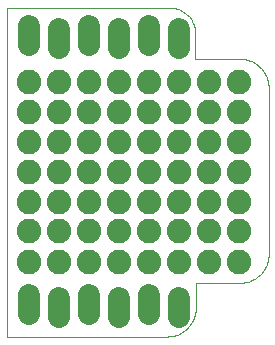
<source format=gts>
G75*
G70*
%OFA0B0*%
%FSLAX24Y24*%
%IPPOS*%
%LPD*%
%AMOC8*
5,1,8,0,0,1.08239X$1,22.5*
%
%ADD10C,0.0000*%
%ADD11C,0.0720*%
%ADD12C,0.0820*%
D10*
X014712Y012689D02*
X014712Y014461D01*
X014716Y014461D01*
X014716Y021941D01*
X014711Y021926D01*
X014711Y023658D01*
X020059Y023657D01*
X020058Y023657D02*
X020115Y023661D01*
X020172Y023660D01*
X020229Y023656D01*
X020285Y023648D01*
X020341Y023637D01*
X020396Y023622D01*
X020450Y023603D01*
X020502Y023581D01*
X020553Y023555D01*
X020602Y023526D01*
X020649Y023494D01*
X020694Y023459D01*
X020736Y023421D01*
X020776Y023381D01*
X020814Y023338D01*
X020848Y023292D01*
X020879Y023245D01*
X020907Y023195D01*
X020932Y023144D01*
X020954Y023091D01*
X020971Y023037D01*
X020986Y022982D01*
X020996Y022926D01*
X021003Y022870D01*
X021003Y021953D01*
X022464Y021961D01*
X022526Y021959D01*
X022587Y021953D01*
X022648Y021944D01*
X022709Y021930D01*
X022768Y021913D01*
X022826Y021892D01*
X022883Y021867D01*
X022938Y021839D01*
X022991Y021808D01*
X023042Y021773D01*
X023091Y021735D01*
X023138Y021694D01*
X023181Y021651D01*
X023222Y021604D01*
X023260Y021555D01*
X023295Y021504D01*
X023326Y021451D01*
X023354Y021396D01*
X023379Y021339D01*
X023400Y021281D01*
X023417Y021222D01*
X023431Y021161D01*
X023440Y021100D01*
X023446Y021039D01*
X023448Y020977D01*
X023448Y015446D01*
X023449Y015446D02*
X023447Y015385D01*
X023441Y015325D01*
X023432Y015265D01*
X023419Y015206D01*
X023402Y015148D01*
X023381Y015091D01*
X023357Y015035D01*
X023330Y014981D01*
X023299Y014929D01*
X023265Y014879D01*
X023228Y014831D01*
X023187Y014785D01*
X023145Y014743D01*
X023099Y014702D01*
X023051Y014665D01*
X023001Y014631D01*
X022949Y014600D01*
X022895Y014573D01*
X022839Y014549D01*
X022782Y014528D01*
X022724Y014511D01*
X022665Y014498D01*
X022605Y014489D01*
X022545Y014483D01*
X022484Y014481D01*
X021019Y014472D01*
X021019Y013661D01*
X021020Y013661D02*
X021018Y013600D01*
X021012Y013540D01*
X021003Y013480D01*
X020990Y013421D01*
X020973Y013363D01*
X020952Y013306D01*
X020928Y013250D01*
X020901Y013196D01*
X020870Y013144D01*
X020836Y013094D01*
X020799Y013046D01*
X020758Y013000D01*
X020716Y012958D01*
X020670Y012917D01*
X020622Y012880D01*
X020572Y012846D01*
X020520Y012815D01*
X020466Y012788D01*
X020410Y012764D01*
X020353Y012743D01*
X020295Y012726D01*
X020236Y012713D01*
X020176Y012704D01*
X020116Y012698D01*
X020055Y012696D01*
X020055Y012697D02*
X014712Y012689D01*
D11*
X015457Y013440D02*
X015457Y014080D01*
X016457Y013980D02*
X016457Y013340D01*
X017457Y013440D02*
X017457Y014080D01*
X018457Y013980D02*
X018457Y013340D01*
X019457Y013440D02*
X019457Y014080D01*
X020457Y013980D02*
X020457Y013340D01*
X020474Y022317D02*
X020474Y022957D01*
X019474Y023057D02*
X019474Y022417D01*
X018474Y022317D02*
X018474Y022957D01*
X017474Y023057D02*
X017474Y022417D01*
X016474Y022317D02*
X016474Y022957D01*
X015474Y023057D02*
X015474Y022417D01*
D12*
X015470Y021189D03*
X016470Y021189D03*
X017470Y021189D03*
X018470Y021189D03*
X019470Y021189D03*
X020470Y021189D03*
X021470Y021189D03*
X022470Y021189D03*
X022468Y020182D03*
X021468Y020182D03*
X020468Y020182D03*
X019468Y020182D03*
X018468Y020182D03*
X017468Y020182D03*
X016468Y020182D03*
X015468Y020182D03*
X015467Y019196D03*
X016467Y019196D03*
X017467Y019196D03*
X018467Y019196D03*
X019467Y019196D03*
X020467Y019196D03*
X021467Y019196D03*
X022467Y019196D03*
X022467Y018195D03*
X021467Y018195D03*
X020467Y018195D03*
X019467Y018195D03*
X018467Y018195D03*
X017467Y018195D03*
X016467Y018195D03*
X015467Y018195D03*
X015467Y017194D03*
X016467Y017194D03*
X017467Y017194D03*
X018467Y017194D03*
X019467Y017194D03*
X020467Y017194D03*
X021467Y017194D03*
X022467Y017194D03*
X022467Y016199D03*
X021467Y016199D03*
X020467Y016199D03*
X019467Y016199D03*
X018467Y016199D03*
X017467Y016199D03*
X016467Y016199D03*
X015467Y016199D03*
X015471Y015185D03*
X016471Y015185D03*
X017471Y015185D03*
X018471Y015185D03*
X019471Y015185D03*
X020471Y015185D03*
X021471Y015185D03*
X022471Y015185D03*
M02*

</source>
